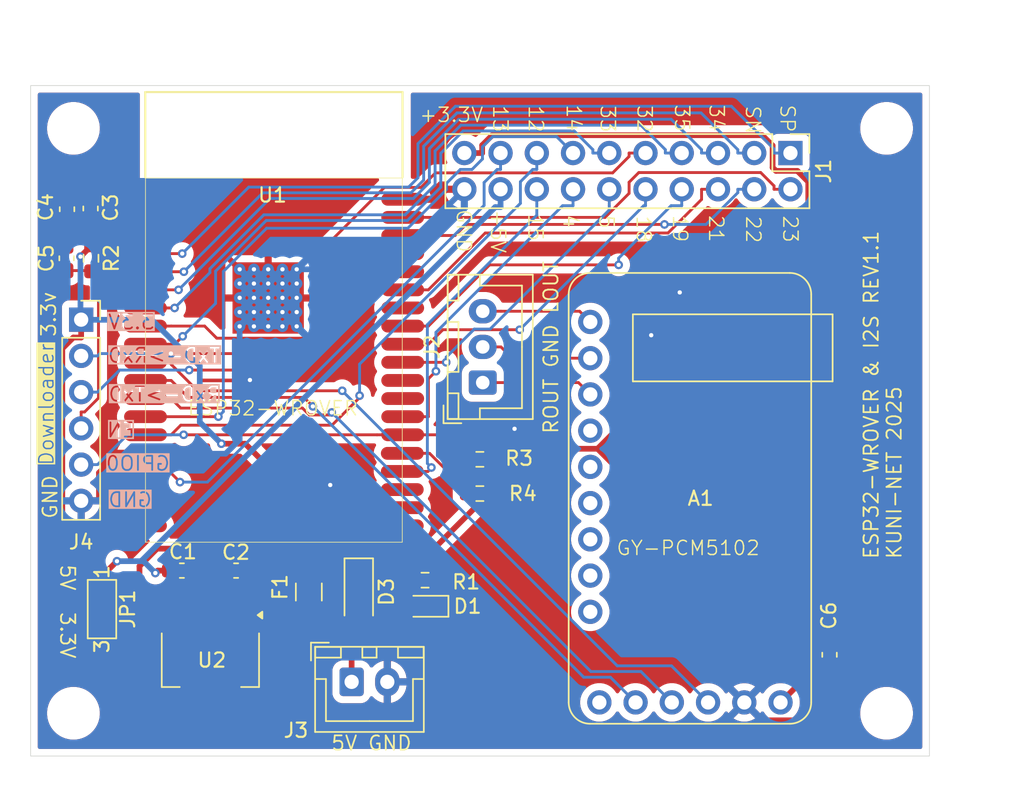
<source format=kicad_pcb>
(kicad_pcb (version 20241229) (generator "pcbnew") (generator_version "9.0")
  (layers (0 "F.Cu" signal) (2 "B.Cu" signal) (13 "F.Paste" user) (15 "B.Paste" user) (5 "F.SilkS" user "F.Silkscreen") (7 "B.SilkS" user "B.Silkscreen") (1 "F.Mask" user) (3 "B.Mask" user) (25 "Edge.Cuts" user))
  (net 0 "")
  (net 1 "Net-(A1-DIN)")
  (net 3 "GND")
  (net 7 "Net-(A1-LOUT)")
  (net 8 "Net-(J2-Pin_2)")
  (net 9 "+3.3V")
  (net 10 "Net-(A1-LCK)")
  (net 12 "Net-(A1-BCK)")
  (net 15 "Net-(A1-ROUT)")
  (net 16 "+5V")
  (net 17 "/EN")
  (net 18 "/GPIO0")
  (net 19 "Net-(D1-A)")
  (net 20 "/SENSE_VN")
  (net 21 "/GPIO5")
  (net 22 "/GPIO18")
  (net 23 "/GPIO12")
  (net 24 "/GPIO21")
  (net 25 "/GPIO19")
  (net 26 "/GPIO35")
  (net 27 "/GPIO22")
  (net 28 "/GPIO34")
  (net 29 "/GPIO4")
  (net 30 "/GPIO15")
  (net 31 "/GPIO14")
  (net 32 "/SENSE_VP")
  (net 33 "/GPIO13")
  (net 34 "/GPIO33")
  (net 35 "/GPIO23")
  (net 36 "Net-(D3-A)")
  (net 37 "Net-(J3-Pin_1)")
  (net 38 "/GPIO2")
  (net 40 "/TxD0")
  (net 44 "/RxD0")
  (net 50 "/GPIO32")
  (net 51 "Net-(JP1-C)")
  (footprint "LED_SMD:LED_0603_1608Metric_Pad1.05x0.95mm_HandSolder" (layer "F.Cu") (at 177.625 106.5 180)
    (property "Reference" "D1")
    (property "Value" "LED_POVER")
  )
  (footprint "Package_TO_SOT_SMD:SOT-223-3_TabPin2" (layer "F.Cu") (at 162.6 110.25 -90)
    (property "Reference" "U2")
    (property "Value" "AMS1117-3.3")
  )
  (footprint "MountingHole:MountingHole_3.2mm_M3" (layer "F.Cu") (at 210 114)
    (property "Reference" "H4" (hide yes))
    (property "Value" "MountingHole")
  )
  (footprint "Capacitor_SMD:C_0603_1608Metric_Pad1.08x0.95mm_HandSolder" (layer "F.Cu") (at 160.6 104)
    (property "Reference" "C1")
    (property "Value" "22u")
  )
  (footprint "MountingHole:MountingHole_3.2mm_M3" (layer "F.Cu") (at 210 73)
    (property "Reference" "H2" (hide yes))
    (property "Value" "MountingHole")
  )
  (footprint "Connector_PinSocket_2.54mm:PinSocket_1x06_P2.54mm_Vertical" (layer "F.Cu") (at 153.54 86.41)
    (property "Reference" "J4")
    (property "Value" "Downloader")
  )
  (footprint "Diode_SMD:D_SOD-123" (layer "F.Cu") (at 173 105.5 -90)
    (property "Reference" "D3")
    (property "Value" "D_Schottky")
  )
  (footprint "Resistor_SMD:R_0603_1608Metric_Pad0.98x0.95mm_HandSolder" (layer "F.Cu") (at 181.4875 98.6)
    (property "Reference" "R4")
    (property "Value" "5.1k")
  )
  (footprint "Capacitor_SMD:C_0603_1608Metric_Pad1.08x0.95mm_HandSolder" (layer "F.Cu") (at 152.52 82.1075 90)
    (property "Reference" "C5")
    (property "Value" "0.1u")
  )
  (footprint "footprints:GY-PCM5102" (layer "F.Cu") (at 196.215 98.935 90)
    (property "Reference" "A1")
    (property "Value" "GY-PCM5102")
  )
  (footprint "Capacitor_SMD:C_0603_1608Metric_Pad1.08x0.95mm_HandSolder" (layer "F.Cu") (at 154.2 78.6175 90)
    (property "Reference" "C3")
    (property "Value" "22u")
  )
  (footprint "Jumper:SolderJumper-3_P1.3mm_Bridged12_Pad1.0x1.5mm_NumberLabels" (layer "F.Cu") (at 155 106.7 -90)
    (property "Reference" "JP1")
    (property "Value" "V_JP")
  )
  (footprint "Resistor_SMD:R_0603_1608Metric_Pad0.98x0.95mm_HandSolder" (layer "F.Cu") (at 154.23 82.1075 -90)
    (property "Reference" "R2")
    (property "Value" "10k")
  )
  (footprint "Connector_JST:JST_XH_B2B-XH-A_1x02_P2.50mm_Vertical" (layer "F.Cu") (at 172.5 111.8)
    (property "Reference" "J3")
    (property "Value" "Power_Con")
  )
  (footprint "Connector_PinHeader_2.54mm:PinHeader_2x10_P2.54mm_Vertical" (layer "F.Cu") (at 203.26 74.73 -90)
    (property "Reference" "J1")
    (property "Value" "Ext_con")
  )
  (footprint "Capacitor_SMD:C_0603_1608Metric_Pad1.08x0.95mm_HandSolder" (layer "F.Cu") (at 206 109.9 90)
    (property "Reference" "C6")
    (property "Value" "0.1u")
  )
  (footprint "Fuse:Fuse_1206_3216Metric_Pad1.42x1.75mm_HandSolder" (layer "F.Cu") (at 169.5 105.5 90)
    (property "Reference" "F1")
    (property "Value" "Polyfuse")
  )
  (footprint "Capacitor_SMD:C_0603_1608Metric_Pad1.08x0.95mm_HandSolder" (layer "F.Cu") (at 152.55 78.6675 -90)
    (property "Reference" "C4")
    (property "Value" "0.1u")
  )
  (footprint "Capacitor_SMD:C_0603_1608Metric_Pad1.08x0.95mm_HandSolder" (layer "F.Cu") (at 164.4 104)
    (property "Reference" "C2")
    (property "Value" "22u")
  )
  (footprint "MountingHole:MountingHole_3.2mm_M3" (layer "F.Cu") (at 153 114)
    (property "Reference" "H3" (hide yes))
    (property "Value" "MountingHole")
  )
  (footprint "Resistor_SMD:R_0603_1608Metric_Pad0.98x0.95mm_HandSolder" (layer "F.Cu") (at 181.4875 96.2 180)
    (property "Reference" "R3")
    (property "Value" "10k")
  )
  (footprint "Connector_JST:JST_XH_B3B-XH-A_1x03_P2.50mm_Vertical" (layer "F.Cu") (at 181.69 90.82 90)
    (property "Reference" "J2")
    (property "Value" "Audio_Con")
  )
  (footprint "footprints:ESP32-WROVER" (layer "F.Cu") (at 167.05 77.06)
    (property "Reference" "U1")
    (property "Value" "ESP32-WROVER" (hide yes))
  )
  (footprint "Resistor_SMD:R_0603_1608Metric_Pad0.98x0.95mm_HandSolder" (layer "F.Cu") (at 177.6475 104.67)
    (property "Reference" "R1")
    (property "Value" "2k")
  )
  (footprint "MountingHole:MountingHole_3.2mm_M3" (layer "F.Cu") (at 153 73)
    (property "Reference" "H1" (hide yes))
    (property "Value" "MountingHole")
  )
  (gr_rect (start 150 70) (end 213 117) (stroke (width 0.05)) (fill no) (layer "Edge.Cuts"))
  (gr_text "3.3v" (at 151.85 87.68 90) (layer "F.SilkS") (effects (font (size 1 1) (thickness 0.125)) (justify left bottom)))
  (gr_text "34" (at 197.5 71.26 270) (layer "F.SilkS") (effects (font (size 1 1) (thickness 0.1)) (justify left bottom)))
  (gr_text "SN" (at 200.05 71.34 270) (layer "F.SilkS") (effects (font (size 1 1) (thickness 0.1)) (justify left bottom)))
  (gr_text "GND" (at 179.78 78.6 270) (layer "F.SilkS") (effects (font (size 1 1) (thickness 0.1)) (justify left bottom)))
  (gr_text "13" (at 182.34 71.31 270) (layer "F.SilkS") (effects (font (size 1 1) (thickness 0.1)) (justify left bottom)))
  (gr_text "12" (at 184.83 71.32 270) (layer "F.SilkS") (effects (font (size 1 1) (thickness 0.1)) (justify left bottom)))
  (gr_text "5V  3.3V" (at 152 103.5 270) (layer "F.SilkS") (effects (font (size 1 1) (thickness 0.125)) (justify left bottom)))
  (gr_text "ESP32-WROVER & I2S REV1.1\nKUNI-NET 2025 " (at 211.12 103.26 90) (layer "F.SilkS") (effects (font (size 1 1) (thickness 0.125)) (justify left bottom)))
  (gr_text "22" (at 200.07 79.07 270) (layer "F.SilkS") (effects (font (size 1 1) (thickness 0.1)) (justify left bottom)))
  (gr_text "4" (at 187.26 78.97 270) (layer "F.SilkS") (effects (font (size 1 1) (thickness 0.1)) (justify left bottom)))
  (gr_text "GY-PCM5102" (at 191 103 0) (layer "F.SilkS") (effects (font (size 1 1) (thickness 0.1)) (justify left bottom)))
  (gr_text "+3.3V" (at 177.19 72.64 0) (layer "F.SilkS") (effects (font (size 1 1) (thickness 0.1)) (justify left bottom)))
  (gr_text "ESP32-WROVER" (at 160.94 93.21 0) (layer "F.SilkS") (effects (font (size 1 1) (thickness 0.1)) (justify left bottom)))
  (gr_text "18" (at 192.39 79.05 270) (layer "F.SilkS") (effects (font (size 1 1) (thickness 0.1)) (justify left bottom)))
  (gr_text "32" (at 192.45 71.31 270) (layer "F.SilkS") (effects (font (size 1 1) (thickness 0.1)) (justify left bottom)))
  (gr_text "5" (at 189.78 79.01 270) (layer "F.SilkS") (effects (font (size 1 1) (thickness 0.1)) (justify left bottom)))
  (gr_text "19" (at 194.94 79.01 270) (layer "F.SilkS") (effects (font (size 1 1) (thickness 0.1)) (justify left bottom)))
  (gr_text "SP" (at 202.47 71.27 270) (layer "F.SilkS") (effects (font (size 1 1) (thickness 0.1)) (justify left bottom)))
  (gr_text "21" (at 197.47 79.01 270) (layer "F.SilkS") (effects (font (size 1 1) (thickness 0.1)) (justify left bottom)))
  (gr_text "23" (at 202.67 79.04 270) (layer "F.SilkS") (effects (font (size 1 1) (thickness 0.1)) (justify left bottom)))
  (gr_text "5V GND" (at 171 116.68 0) (layer "F.SilkS") (effects (font (size 1 1) (thickness 0.125)) (justify left bottom)))
  (gr_text "ROUT GND LOUT" (at 187.06 94.48 90) (layer "F.SilkS") (effects (font (size 1 1) (thickness 0.125)) (justify left bottom)))
  (gr_text "Downloader" (at 151.69 96.7 90) (layer "F.SilkS" knockout) (effects (font (size 1 1) (thickness 0.1)) (justify left bottom)))
  (gr_text "14" (at 187.49 71.26 270) (layer "F.SilkS") (effects (font (size 1 1) (thickness 0.1)) (justify left bottom)))
  (gr_text "+5V" (at 182.18 78.63 270) (layer "F.SilkS") (effects (font (size 1 1) (thickness 0.1)) (justify left bottom)))
  (gr_text "15" (at 184.8 78.93 270) (layer "F.SilkS") (effects (font (size 1 1) (thickness 0.1)) (justify left bottom)))
  (gr_text "35" (at 195.08 71.26 270) (layer "F.SilkS") (effects (font (size 1 1) (thickness 0.1)) (justify left bottom)))
  (gr_text "33" (at 189.87 71.32 270) (layer "F.SilkS") (effects (font (size 1 1) (thickness 0.1)) (justify left bottom)))
  (gr_text "GND" (at 151.95 100.44 90) (layer "F.SilkS") (effects (font (size 1 1) (thickness 0.125)) (justify left bottom)))
  (gr_text "GPIO0" (at 159.84 96.49 0) (layer "B.SilkS" knockout) (effects (font (size 1 1) (thickness 0.125)) (justify left mirror)))
  (gr_text "RxD->TxD" (at 163.4 91.64 0) (layer "B.SilkS" knockout) (effects (font (size 1 1) (thickness 0.125)) (justify left mirror)))
  (gr_text "EN" (at 157.39 94.15 0) (layer "B.SilkS" knockout) (effects (font (size 1 1) (thickness 0.125)) (justify left mirror)))
  (gr_text "GND" (at 158.58 99.04 0) (layer "B.SilkS" knockout) (effects (font (size 1 1) (thickness 0.125)) (justify left mirror)))
  (gr_text "3.3V" (at 158.76 86.58 0) (layer "B.SilkS" knockout) (effects (font (size 1 1) (thickness 0.125)) (justify left mirror)))
  (gr_text "TxD->RxD" (at 163.36 88.92 0) (layer "B.SilkS" knockout) (effects (font (size 1 1) (thickness 0.125)) (justify left mirror)))
  (segment (start 169.5334 93.0878) (end 170.9356 93.0878) (width 0.2) (layer "F.Cu") (net 1))
  (segment (start 160.5177 92.6076) (end 169.0532 92.6076) (width 0.2) (layer "F.Cu") (net 1))
  (segment (start 170.9356 93.0878) (end 171.1091 92.9143) (width 0.2) (layer "F.Cu") (net 1))
  (segment (start 159.8501 91.94) (end 160.5177 92.6076) (width 0.2) (layer "F.Cu") (net 1))
  (segment (start 169.0532 92.6076) (end 169.5334 93.0878) (width 0.2) (layer "F.Cu") (net 1))
  (segment (start 158.05 91.94) (end 159.8501 91.94) (width 0.2) (layer "F.Cu") (net 1))
  (via (at 171.1091 92.9143) (size 0.6) (drill 0.3) (layers "F.Cu" "B.Cu") (net 1))
  (segment (start 192.7797 111.0747) (end 189.2695 111.0747) (width 0.2) (layer "B.Cu") (net 1))
  (segment (start 189.2695 111.0747) (end 171.1091 92.9143) (width 0.2) (layer "B.Cu") (net 1))
  (segment (start 194.945 113.24) (end 192.7797 111.0747) (width 0.2) (layer "B.Cu") (net 1))
  (segment (start 159.9501 78.1801) (end 164.65 82.88) (width 0.4) (layer "F.Cu") (net 3))
  (segment (start 158.05 77.97) (end 159.9501 77.97) (width 0.4) (layer "F.Cu") (net 3))
  (segment (start 152.55 77.805) (end 151.672 78.683) (width 0.4) (layer "F.Cu") (net 3))
  (segment (start 167.65 82.88) (end 166.65 82.88) (width 0.4) (layer "F.Cu") (net 3))
  (segment (start 165.65 86.88) (end 165.15 86.88) (width 0.4) (layer "F.Cu") (net 3))
  (segment (start 154.7901 97.1398) (end 156.1499 95.78) (width 0.4) (layer "F.Cu") (net 3))
  (segment (start 151.672 78.683) (end 151.672 80.397) (width 0.4) (layer "F.Cu") (net 3))
  (segment (start 179.1499 77.27) (end 178.4499 77.97) (width 0.4) (layer "F.Cu") (net 3))
  (segment (start 160.0296 95.8595) (end 159.9501 95.78) (width 0.4) (layer "F.Cu") (net 3))
  (segment (start 154.2 77.755) (end 155.9349 77.755) (width 0.4) (layer "F.Cu") (net 3))
  (segment (start 206.8967 109.9342) (end 206 109.0375) (width 0.4) (layer "F.Cu") (net 3))
  (segment (start 190.9781 111.1781) (end 197.9631 111.1781) (width 0.4) (layer "F.Cu") (net 3))
  (segment (start 162.3705 103.092) (end 161.4625 104) (width 0.4) (layer "F.Cu") (net 3))
  (segment (start 197.9631 111.1781) (end 200.025 113.24) (width 0.4) (layer "F.Cu") (net 3))
  (segment (start 170.8026 104.779) (end 173.1205 104.779) (width 0.4) (layer "F.Cu") (net 3))
  (segment (start 165.2625 104) (end 164.3545 103.092) (width 0.4) (layer "F.Cu") (net 3))
  (segment (start 164.3545 103.092) (end 162.3705 103.092) (width 0.4) (layer "F.Cu") (net 3))
  (segment (start 165.15 85.88) (end 164.65 85.88) (width 0.4) (layer "F.Cu") (net 3))
  (segment (start 170.8026 104.779) (end 170.8026 103.2249) (width 0.4) (layer "F.Cu") (net 3))
  (segment (start 200.025 113.24) (end 201.2803 114.4953) (width 0.4) (layer "F.Cu") (net 3))
  (segment (start 170.4359 105.1457) (end 166.4082 105.1457) (width 0.4) (layer "F.Cu") (net 3))
  (segment (start 175 111.8) (end 175 110.3999) (width 0.4) (layer "F.Cu") (net 3))
  (segment (start 168.65 85.88) (end 167.65 85.88) (width 0.4) (layer "F.Cu") (net 3))
  (segment (start 166.4082 105.1457) (end 166.4082 105.5918) (width 0.4) (layer "F.Cu") (net 3))
  (segment (start 166.65 85.88) (end 165.65 85.88) (width 0.4) (layer "F.Cu") (net 3))
  (segment (start 201.2803 114.4953) (end 203.7097 114.4953) (width 0.4) (layer "F.Cu") (net 3))
  (segment (start 164.65 82.88) (end 164.65 83.88) (width 0.4) (layer "F.Cu") (net 3))
  (segment (start 165.65 85.88) (end 165.15 85.88) (width 0.4) (layer "F.Cu") (net 3))
  (segment (start 163.4372 95.8595) (end 160.0296 95.8595) (width 0.4) (layer "F.Cu") (net 3))
  (segment (start 170.8026 104.779) (end 170.4359 105.1457) (width 0.4) (layer "F.Cu") (net 3))
  (segment (start 166.65 83.88) (end 165.65 83.88) (width 0.4) (layer "F.Cu") (net 3))
  (segment (start 165.15 86.88) (end 164.65 86.88) (width 0.4) (layer "F.Cu") (net 3))
  (segment (start 180.4 77.27) (end 179.1499 77.27) (width 0.4) (layer "F.Cu") (net 3))
  (segment (start 166.4082 105.1457) (end 165.2625 104) (width 0.4) (layer "F.Cu") (net 3))
  (segment (start 155.9349 77.755) (end 156.1499 77.97) (width 0.4) (layer "F.Cu") (net 3))
  (segment (start 173.1205 104.779) (end 175.0744 106.7329) (width 0.4) (layer "F.Cu") (net 3))
  (segment (start 165.65 82.88) (end 164.65 82.88) (width 0.4) (layer "F.Cu") (net 3))
  (segment (start 152.6 77.755) (end 154.2 77.755) (width 0.4) (layer "F.Cu") (net 3))
  (segment (start 166.65 82.88) (end 165.65 82.88) (width 0.4) (layer "F.Cu") (net 3))
  (segment (start 165.65 84.88) (end 164.65 84.88) (width 0.4) (layer "F.Cu") (net 3))
  (segment (start 182.4 102.6) (end 182.4 98.6) (width 0.4) (layer "F.Cu") (net 3))
  (segment (start 182.4 102.6) (end 190.9781 111.1781) (width 0.4) (layer "F.Cu") (net 3))
  (segment (start 152.55 77.805) (end 152.6 77.755) (width 0.4) (layer "F.Cu") (net 3))
  (segment (start 203.7097 114.4953) (end 206.8967 111.3083) (width 0.4) (layer "F.Cu") (net 3))
  (segment (start 177.5329 107.4671) (end 178.5 106.5) (width 0.4) (layer "F.Cu") (net 3))
  (segment (start 168.65 83.88) (end 167.65 83.88) (width 0.4) (layer "F.Cu") (net 3))
  (segment (start 206.8967 111.3083) (end 206.8967 109.9342) (width 0.4) (layer "F.Cu") (net 3))
  (segment (start 167.65 83.88) (end 166.65 83.88) (width 0.4) (layer "F.Cu") (net 3))
  (segment (start 167.65 84.88) (end 166.65 84.88) (width 0.4) (layer "F.Cu") (net 3))
  (segment (start 166.65 84.88) (end 166.65 84.89) (width 0.4) (layer "F.Cu") (net 3))
  (segment (start 175.0744 106.7329) (end 175.0744 107.4671) (width 0.4) (layer "F.Cu") (net 3))
  (segment (start 154.7901 99.11) (end 154.7901 97.1398) (width 0.4) (layer "F.Cu") (net 3))
  (segment (start 158.05 77.97) (end 156.1499 77.97) (width 0.4) (layer "F.Cu") (net 3))
  (segment (start 168.65 84.88) (end 167.65 84.88) (width 0.4) (layer "F.Cu") (net 3))
  (segment (start 166.65 84.89) (end 166.65 85.88) (width 0.4) (layer "F.Cu") (net 3))
  (segment (start 175.0744 107.4671) (end 175.0744 110.3255) (width 0.4) (layer "F.Cu") (net 3))
  (segment (start 153.54 99.11) (end 154.7901 99.11) (width 0.4) (layer "F.Cu") (net 3))
  (segment (start 158.05 95.78) (end 156.1499 95.78) (width 0.4) (layer "F.Cu") (net 3))
  (segment (start 166.65 84.88) (end 165.65 84.88) (width 0.4) (layer "F.Cu") (net 3))
  (segment (start 159.9501 77.97) (end 159.9501 78.1801) (width 0.4) (layer "F.Cu") (net 3))
  (segment (start 151.672 80.397) (end 152.52 81.245) (width 0.4) (layer "F.Cu") (net 3))
  (segment (start 175.0744 107.4671) (end 177.5329 107.4671) (width 0.4) (layer "F.Cu") (net 3))
  (segment (start 166.4082 105.5918) (end 164.9 107.1) (width 0.4) (layer "F.Cu") (net 3))
  (segment (start 170.8026 103.2249) (end 163.4372 95.8595) (width 0.4) (layer "F.Cu") (net 3))
  (segment (start 178.5 106.5) (end 182.4 102.6) (width 0.4) (layer "F.Cu") (net 3))
  (segment (start 165.15 85.88) (end 165.15 86.88) (width 0.4) (layer "F.Cu") (net 3))
  (segment (start 175.0744 110.3255) (end 175 110.3999) (width 0.4) (layer "F.Cu") (net 3))
  (segment (start 168.65 82.88) (end 167.65 82.88) (width 0.4) (layer "F.Cu") (net 3))
  (segment (start 178.4499 77.97) (end 176.08 77.97) (width 0.4) (layer "F.Cu") (net 3))
  (segment (start 158.05 95.78) (end 159.9501 95.78) (width 0.4) (layer "F.Cu") (net 3))
  (via (at 193.5 87.5) (size 0.6) (drill 0.3) (layers "F.Cu" "B.Cu") (net 3))
  (via (at 165.37 90.64) (size 0.6) (drill 0.3) (layers "F.Cu" "B.Cu") (net 3))
  (via (at 171 98) (size 0.6) (drill 0.3) (layers "F.Cu" "B.Cu") (net 3))
  (via (at 183.92 94.06) (size 0.6) (drill 0.3) (layers "F.Cu" "B.Cu") (net 3))
  (via (at 195.5 84.5) (size 0.6) (drill 0.3) (layers "F.Cu" "B.Cu") (net 3))
  (segment (start 153.54 99.11) (end 154.7901 99.11) (width 0.4) (layer "B.Cu") (net 3))
  (segment (start 164.65 86.88) (end 164.65 94.8223) (width 0.4) (layer "B.Cu") (net 3))
  (segment (start 163.6661 95.8062) (end 158.0939 95.8062) (width 0.4) (layer "B.Cu") (net 3))
  (segment (start 168.65 83.88) (end 168.65 82.88) (width 0.4) (layer "B.Cu") (net 3))
  (segment (start 168.65 86.88) (end 168.65 85.88) (width 0.4) (layer "B.Cu") (net 3))
  (segment (start 167.65 86.88) (end 166.65 86.88) (width 0.4) (layer "B.Cu") (net 3))
  (segment (start 168.65 82.88) (end 174.79 82.88) (width 0.4) (layer "B.Cu") (net 3))
  (segment (start 164.65 94.8223) (end 163.6661 95.8062) (width 0.4) (layer "B.Cu") (net 3))
  (segment (start 166.65 86.88) (end 165.65 86.88) (width 0.4) (layer "B.Cu") (net 3))
  (segment (start 168.65 84.88) (end 168.65 83.88) (width 0.4) (layer "B.Cu") (net 3))
  (segment (start 174.79 82.88) (end 180.4 77.27) (width 0.4) (layer "B.Cu") (net 3))
  (segment (start 168.65 85.88) (end 168.65 84.88) (width 0.4) (layer "B.Cu") (net 3))
  (segment (start 158.0939 95.8062) (end 154.7901 99.11) (width 0.4) (layer "B.Cu") (net 3))
  (segment (start 188.48 85.82) (end 182.9651 85.82) (width 0.2) (layer "F.Cu") (net 7))
  (segment (start 181.69 85.82) (end 182.9651 85.82) (width 0.2) (layer "F.Cu") (net 7))
  (segment (start 189.23 86.57) (end 188.48 85.82) (width 0.2) (layer "F.Cu") (net 7))
  (segment (start 182.9651 88.32) (end 183.7551 89.11) (width 0.2) (layer "F.Cu") (net 8))
  (segment (start 181.69 88.32) (end 182.9651 88.32) (width 0.2) (layer "F.Cu") (net 8))
  (segment (start 183.7551 89.11) (end 189.23 89.11) (width 0.2) (layer "F.Cu") (net 8))
  (segment (start 155 108) (end 153.8499 108) (width 0.4) (layer "F.Cu") (net 9))
  (segment (start 181.4875 99.245) (end 181.4875 97.1125) (width 0.4) (layer "F.Cu") (net 9))
  (segment (start 204.5103 76.7472) (end 204.5103 80.6861) (width 0.4) (layer "F.Cu") (net 9))
  (segment (start 182.3534 73.4798) (end 201.2819 73.4798) (width 0.4) (layer "F.Cu") (net 9))
  (segment (start 153.4928 81.9897) (end 154.23 81.2525) (width 0.4) (layer "F.Cu") (net 9))
  (segment (start 205.0425 110.7625) (end 206 110.7625) (width 0.4) (layer "F.Cu") (net 9))
  (segment (start 175.39 104.67) (end 176.0625 104.67) (width 0.4) (layer "F.Cu") (net 9))
  (segment (start 183.1418 95.4582) (end 189.7382 95.4582) (width 0.4) (layer "F.Cu") (net 9))
  (segment (start 154.23 79.48) (end 154.2 79.48) (width 0.4) (layer "F.Cu") (net 9))
  (segment (start 174.57 103.85) (end 175.39 104.67) (width 0.4) (layer "F.Cu") (net 9))
  (segment (start 153.54 86.41) (end 153.54 87.6601) (width 0.4) (layer "F.Cu") (net 9))
  (segment (start 152.6 79.48) (end 152.55 79.53) (width 0.4) (layer "F.Cu") (net 9))
  (segment (start 181.6501 74.1831) (end 182.3534 73.4798) (width 0.4) (layer "F.Cu") (net 9))
  (segment (start 154.23 81.2525) (end 154.23 81.195) (width 0.4) (layer "F.Cu") (net 9))
  (segment (start 152.9931 87.6601) (end 152.2181 88.4351) (width 0.4) (layer "F.Cu") (net 9))
  (segment (start 173.785 103.85) (end 174.57 103.85) (width 0.4) (layer "F.Cu") (net 9))
  (segment (start 176.0625 104.67) (end 181.4875 99.245) (width 0.4) (layer "F.Cu") (net 9))
  (segment (start 176.0625 104.67) (end 176.735 104.67) (width 0.4) (layer "F.Cu") (net 9))
  (segment (start 189.7382 95.4582) (end 205.0425 110.7625) (width 0.4) (layer "F.Cu") (net 9))
  (segment (start 202.0098 75.7459) (end 202.2441 75.9802) (width 0.4) (layer "F.Cu") (net 9))
  (segment (start 181.6501 74.73) (end 181.6501 74.1831) (width 0.4) (layer "F.Cu") (net 9))
  (segment (start 204.5103 80.6861) (end 189.7382 95.4582) (width 0.4) (layer "F.Cu") (net 9))
  (segment (start 158.05 79.24) (end 156.1499 79.24) (width 0.4) (layer "F.Cu") (net 9))
  (segment (start 203.7433 75.9802) (end 204.5103 76.7472) (width 0.4) (layer "F.Cu") (net 9))
  (segment (start 173 103.85) (end 173.785 103.85) (width 0.4) (layer "F.Cu") (net 9))
  (segment (start 181.4875 97.1125) (end 182.4 96.2) (width 0.4) (layer "F.Cu") (net 9))
  (segment (start 202.565 113.24) (end 205.0425 110.7625) (width 0.4) (layer "F.Cu") (net 9))
  (segment (start 180.4 74.73) (end 181.6501 74.73) (width 0.4) (layer "F.Cu") (net 9))
  (segment (start 201.2819 73.4798) (end 202.0098 74.2077) (width 0.4) (layer "F.Cu") (net 9))
  (segment (start 202.2441 75.9802) (end 203.7433 75.9802) (width 0.4) (layer "F.Cu") (net 9))
  (segment (start 152.2181 88.4351) (end 152.2181 106.3682) (width 0.4) (layer "F.Cu") (net 9))
  (segment (start 156.1499 79.24) (end 155.9099 79.48) (width 0.4) (layer "F.Cu") (net 9))
  (segment (start 155.9099 79.48) (end 154.23 79.48) (width 0.4) (layer "F.Cu") (net 9))
  (segment (start 202.0098 74.2077) (end 202.0098 75.7459) (width 0.4) (layer "F.Cu") (net 9))
  (segment (start 165.041 95.106) (end 163.3684 95.106) (width 0.4) (layer "F.Cu") (net 9))
  (segment (start 154.23 79.48) (end 154.23 81.195) (width 0.4) (layer "F.Cu") (net 9))
  (segment (start 182.4 96.2) (end 183.1418 95.4582) (width 0.4) (layer "F.Cu") (net 9))
  (segment (start 154.2 79.48) (end 152.6 79.48) (width 0.4) (layer "F.Cu") (net 9))
  (segment (start 152.2181 106.3682) (end 153.8499 108) (width 0.4) (layer "F.Cu") (net 9))
  (segment (start 153.54 87.6601) (end 152.9931 87.6601) (width 0.4) (layer "F.Cu") (net 9))
  (segment (start 173.785 103.85) (end 165.041 95.106) (width 0.4) (layer "F.Cu") (net 9))
  (via (at 163.3684 95.106) (size 0.6) (drill 0.3) (layers "F.Cu" "B.Cu") (net 9))
  (via (at 153.4928 81.9897) (size 0.6) (drill 0.3) (layers "F.Cu" "B.Cu") (net 9))
  (segment (start 153.54 86.4142) (end 153.54 86.4184) (width 0.4) (layer "B.Cu") (net 9))
  (segment (start 161.8544 89.6531) (end 161.4443 89.243) (width 0.4) (layer "B.Cu") (net 9))
  (segment (start 158.4912 86.4184) (end 153.54 86.4184) (width 0.4) (layer "B.Cu") (net 9))
  (segment (start 161.8544 93.592) (end 161.8544 89.6531) (width 0.4) (layer "B.Cu") (net 9))
  (segment (start 153.54 86.41) (end 153.54 86.4142) (width 0.4) (layer "B.Cu") (net 9))
  (segment (start 161.3158 89.243) (end 158.4912 86.4184) (width 0.4) (layer "B.Cu") (net 9))
  (segment (start 153.4928 86.367) (end 153.4928 81.9897) (width 0.4) (layer "B.Cu") (net 9))
  (segment (start 153.54 86.4142) (end 153.4928 86.367) (width 0.4) (layer "B.Cu") (net 9))
  (segment (start 161.4443 89.243) (end 161.3158 89.243) (width 0.4) (layer "B.Cu") (net 9))
  (segment (start 163.3684 95.106) (end 161.8544 93.592) (width 0.4) (layer "B.Cu") (net 9))
  (segment (start 159.8501 89.5464) (end 161.6987 91.395) (width 0.2) (layer "F.Cu") (net 10))
  (segment (start 159.8501 89.4) (end 159.8501 89.5464) (width 0.2) (layer "F.Cu") (net 10))
  (segment (start 158.05 89.4) (end 159.8501 89.4) (width 0.2) (layer "F.Cu") (net 10))
  (segment (start 161.6987 91.395) (end 171.8393 91.395) (width 0.2) (layer "F.Cu") (net 10))
  (via (at 171.8393 91.395) (size 0.6) (drill 0.3) (layers "F.Cu" "B.Cu") (net 10))
  (segment (start 194.9195 110.6745) (end 191.1188 110.6745) (width 0.2) (layer "B.Cu") (net 10))
  (segment (start 191.1188 110.6745) (end 171.8393 91.395) (width 0.2) (layer "B.Cu") (net 10))
  (segment (start 197.485 113.24) (end 194.9195 110.6745) (width 0.2) (layer "B.Cu") (net 10))
  (segment (start 158.05 90.67) (end 159.8501 90.67) (width 0.2) (layer "F.Cu") (net 12))
  (segment (start 161.0398 91.8597) (end 169.1539 91.8597) (width 0.2) (layer "F.Cu") (net 12))
  (segment (start 159.8501 90.67) (end 161.0398 91.8597) (width 0.2) (layer "F.Cu") (net 12))
  (segment (start 169.1539 91.8597) (end 169.7819 92.4877) (width 0.2) (layer "F.Cu") (net 12))
  (via (at 169.7819 92.4877) (size 0.6) (drill 0.3) (layers "F.Cu" "B.Cu") (net 12))
  (segment (start 188.7691 111.4749) (end 190.6399 111.4749) (width 0.2) (layer "B.Cu") (net 12))
  (segment (start 169.7819 92.4877) (end 188.7691 111.4749) (width 0.2) (layer "B.Cu") (net 12))
  (segment (start 190.6399 111.4749) (end 192.405 113.24) (width 0.2) (layer "B.Cu") (net 12))
  (segment (start 188.4 90.82) (end 189.23 91.65) (width 0.2) (layer "F.Cu") (net 15))
  (segment (start 181.69 90.82) (end 188.4 90.82) (width 0.2) (layer "F.Cu") (net 15))
  (segment (start 158.91 104) (end 159.7375 104) (width 0.4) (layer "F.Cu") (net 16))
  (segment (start 158.74 104.17) (end 158.91 104) (width 0.4) (layer "F.Cu") (net 16))
  (segment (start 159.738 106.538) (end 160.3 107.1) (width 0.4) (layer "F.Cu") (net 16))
  (segment (start 155 105.4) (end 155 104.39) (width 0.4) (layer "F.Cu") (net 16))
  (segment (start 159.7375 104) (end 159.738 104) (width 0.4) (layer "F.Cu") (net 16))
  (segment (start 155 104.39) (end 156.05 103.34) (width 0.4) (layer "F.Cu") (net 16))
  (segment (start 159.738 104) (end 159.738 106.538) (width 0.4) (layer "F.Cu") (net 16))
  (via (at 156.05 103.34) (size 0.6) (drill 0.3) (layers "F.Cu" "B.Cu") (net 16))
  (via (at 158.74 104.17) (size 0.6) (drill 0.3) (layers "F.Cu" "B.Cu") (net 16))
  (segment (start 156.05 103.34) (end 157.7453 103.34) (width 0.4) (layer "B.Cu") (net 16))
  (segment (start 157.7453 103.34) (end 182.5652 78.5201) (width 0.4) (layer "B.Cu") (net 16))
  (segment (start 157.91 103.34) (end 158.74 104.17) (width 0.4) (layer "B.Cu") (net 16))
  (segment (start 157.7453 103.34) (end 157.91 103.34) (width 0.4) (layer "B.Cu") (net 16))
  (segment (start 182.5652 78.5201) (end 182.94 78.5201) (width 0.4) (layer "B.Cu") (net 16))
  (segment (start 182.94 77.27) (end 182.94 78.5201) (width 0.4) (layer "B.Cu") (net 16))
  (segment (start 154.7548 83.5448) (end 154.7548 91.9034) (width 0.2) (layer "F.Cu") (net 17))
  (segment (start 153.7783 92.8799) (end 153.54 92.8799) (width 0.2) (layer "F.Cu") (net 17))
  (segment (start 153.54 94.03) (end 153.54 92.8799) (width 0.2) (layer "F.Cu") (net 17))
  (segment (start 156.2499 80.51) (end 156.2499 80.9501) (width 0.2) (layer "F.Cu") (net 17))
  (segment (start 158.05 80.51) (end 156.2499 80.51) (width 0.2) (layer "F.Cu") (net 17))
  (segment (start 154.23 82.97) (end 154.23 83.02) (width 0.2) (layer "F.Cu") (net 17))
  (segment (start 154.7548 91.9034) (end 153.7783 92.8799) (width 0.2) (layer "F.Cu") (net 17))
  (segment (start 156.2499 80.9501) (end 154.23 82.97) (width 0.2) (layer "F.Cu") (net 17))
  (segment (start 154.23 83.02) (end 154.7548 83.5448) (width 0.2) (layer "F.Cu") (net 17))
  (segment (start 154.23 82.97) (end 152.52 82.97) (width 0.2) (layer "F.Cu") (net 17))
  (segment (start 178.855 94.48) (end 176.08 94.48) (width 0.2) (layer "F.Cu") (net 18))
  (segment (start 160.725 94.48) (end 174.2799 94.48) (width 0.2) (layer "F.Cu") (net 18))
  (segment (start 176.08 94.48) (end 174.2799 94.48) (width 0.2) (layer "F.Cu") (net 18))
  (segment (start 180.575 96.2) (end 178.855 94.48) (width 0.2) (layer "F.Cu") (net 18))
  (via (at 160.725 94.48) (size 0.6) (drill 0.3) (layers "F.Cu" "B.Cu") (net 18))
  (segment (start 154.6901 96.57) (end 156.7801 94.48) (width 0.2) (layer "B.Cu") (net 18))
  (segment (start 156.7801 94.48) (end 160.725 94.48) (width 0.2) (layer "B.Cu") (net 18))
  (segment (start 153.54 96.57) (end 154.6901 96.57) (width 0.2) (layer "B.Cu") (net 18))
  (segment (start 178.56 104.67) (end 178.56 104.69) (width 0.2) (layer "F.Cu") (net 19))
  (segment (start 178.56 104.69) (end 176.75 106.5) (width 0.2) (layer "F.Cu") (net 19))
  (segment (start 158.05 83.05) (end 160.7406 83.05) (width 0.2) (layer "F.Cu") (net 20))
  (via (at 160.7406 83.05) (size 0.6) (drill 0.3) (layers "F.Cu" "B.Cu") (net 20))
  (segment (start 166.2748 77.5158) (end 160.7406 83.05) (width 0.2) (layer "B.Cu") (net 20))
  (segment (start 177.5494 76.6263) (end 176.6599 77.5158) (width 0.2) (layer "B.Cu") (net 20))
  (segment (start 179.8886 71.9136) (end 177.5494 74.2528) (width 0.2) (layer "B.Cu") (net 20))
  (segment (start 199.5699 74.73) (end 199.5699 74.4917) (width 0.2) (layer "B.Cu") (net 20))
  (segment (start 196.9918 71.9136) (end 179.8886 71.9136) (width 0.2) (layer "B.Cu") (net 20))
  (segment (start 177.5494 74.2528) (end 177.5494 76.6263) (width 0.2) (layer "B.Cu") (net 20))
  (segment (start 176.6599 77.5158) (end 166.2748 77.5158) (width 0.2) (layer "B.Cu") (net 20))
  (segment (start 199.5699 74.4917) (end 196.9918 71.9136) (width 0.2) (layer "B.Cu") (net 20))
  (segment (start 200.72 74.73) (end 199.5699 74.73) (width 0.2) (layer "B.Cu") (net 20))
  (segment (start 176.08 89.4) (end 179.1291 89.4) (width 0.2) (layer "F.Cu") (net 21))
  (via (at 179.1291 89.4) (size 0.6) (drill 0.3) (layers "F.Cu" "B.Cu") (net 21))
  (segment (start 190.56 78.4201) (end 190.56 78.7175) (width 0.2) (layer "B.Cu") (net 21))
  (segment (start 190.56 77.27) (end 190.56 78.4201) (width 0.2) (layer "B.Cu") (net 21))
  (segment (start 182.2075 87.07) (end 181.0996 87.07) (width 0.2) (layer "B.Cu") (net 21))
  (segment (start 181.0996 87.07) (end 179.1291 89.0405) (width 0.2) (layer "B.Cu") (net 21))
  (segment (start 179.1291 89.0405) (end 179.1291 89.4) (width 0.2) (layer "B.Cu") (net 21))
  (segment (start 190.56 78.7175) (end 182.2075 87.07) (width 0.2) (layer "B.Cu") (net 21))
  (segment (start 177.8801 88.13) (end 178.8959 87.1142) (width 0.2) (layer "F.Cu") (net 22))
  (segment (start 178.8959 87.1142) (end 184.2828 87.1142) (width 0.2) (layer "F.Cu") (net 22))
  (segment (start 176.08 88.13) (end 177.8801 88.13) (width 0.2) (layer "F.Cu") (net 22))
  (via (at 184.2828 87.1142) (size 0.6) (drill 0.3) (layers "F.Cu" "B.Cu") (net 22))
  (segment (start 192.9769 78.4201) (end 184.2828 87.1142) (width 0.2) (layer "B.Cu") (net 22))
  (segment (start 193.1 77.27) (end 193.1 78.4201) (width 0.2) (layer "B.Cu") (net 22))
  (segment (start 193.1 78.4201) (end 192.9769 78.4201) (width 0.2) (layer "B.Cu") (net 22))
  (segment (start 171.1229 93.8078) (end 173.0575 91.8732) (width 0.2) (layer "F.Cu") (net 23))
  (segment (start 173.0575 91.8732) (end 173.0575 91.7362) (width 0.2) (layer "F.Cu") (net 23))
  (segment (start 159.8501 94.48) (end 160.5223 93.8078) (width 0.2) (layer "F.Cu") (net 23))
  (segment (start 160.5223 93.8078) (end 171.1229 93.8078) (width 0.2) (layer "F.Cu") (net 23))
  (segment (start 158.05 94.48) (end 159.8501 94.48) (width 0.2) (layer "F.Cu") (net 23))
  (via (at 173.0575 91.7362) (size 0.6) (drill 0.3) (layers "F.Cu" "B.Cu") (net 23))
  (segment (start 185.48 75.8801) (end 185.1924 75.8801) (width 0.2) (layer "B.Cu") (net 23))
  (segment (start 173.0575 89.5268) (end 173.0575 91.7362) (width 0.2) (layer "B.Cu") (net 23))
  (segment (start 184.3299 78.2544) (end 173.0575 89.5268) (width 0.2) (layer "B.Cu") (net 23))
  (segment (start 185.1924 75.8801) (end 184.3299 76.7426) (width 0.2) (layer "B.Cu") (net 23))
  (segment (start 185.48 74.73) (end 185.48 75.8801) (width 0.2) (layer "B.Cu") (net 23))
  (segment (start 184.3299 76.7426) (end 184.3299 78.2544) (width 0.2) (layer "B.Cu") (net 23))
  (segment (start 176.08 84.32) (end 177.8801 84.32) (width 0.2) (layer "F.Cu") (net 24))
  (segment (start 198.18 77.27) (end 197.0299 77.27) (width 0.2) (layer "F.Cu") (net 24))
  (segment (start 197.0299 77.9816) (end 197.0299 77.27) (width 0.2) (layer "F.Cu") (net 24))
  (segment (start 181.8656 80.3345) (end 194.677 80.3345) (width 0.2) (layer "F.Cu") (net 24))
  (segment (start 177.8801 84.32) (end 181.8656 80.3345) (width 0.2) (layer "F.Cu") (net 24))
  (segment (start 194.677 80.3345) (end 197.0299 77.9816) (width 0.2) (layer "F.Cu") (net 24))
  (segment (start 182.1701 82.57) (end 191.2175 82.57) (width 0.2) (layer "F.Cu") (net 25))
  (segment (start 176.08 86.86) (end 177.8801 86.86) (width 0.2) (layer "F.Cu") (net 25))
  (segment (start 177.8801 86.86) (end 182.1701 82.57) (width 0.2) (layer "F.Cu") (net 25))
  (via (at 191.2175 82.57) (size 0.6) (drill 0.3) (layers "F.Cu" "B.Cu") (net 25))
  (segment (start 191.2175 82.0967) (end 191.2175 82.57) (width 0.2) (layer "B.Cu") (net 25))
  (segment (start 194.8941 78.4201) (end 191.2175 82.0967) (width 0.2) (layer "B.Cu") (net 25))
  (segment (start 195.64 77.27) (end 195.64 78.4201) (width 0.2) (layer "B.Cu") (net 25))
  (segment (start 195.64 78.4201) (end 194.8941 78.4201) (width 0.2) (layer "B.Cu") (net 25))
  (segment (start 158.05 85.59) (end 160.09 85.59) (width 0.2) (layer "F.Cu") (net 26))
  (via (at 160.09 85.59) (size 0.6) (drill 0.3) (layers "F.Cu" "B.Cu") (net 26))
  (segment (start 194.4899 74.73) (end 194.4899 74.4917) (width 0.2) (layer "B.Cu") (net 26))
  (segment (start 194.4899 74.4917) (end 192.7738 72.7756) (width 0.2) (layer "B.Cu") (net 26))
  (segment (start 162.5644 82.8428) (end 162.5644 83.1156) (width 0.2) (layer "B.Cu") (net 26))
  (segment (start 192.7738 72.7756) (end 180.1582 72.7756) (width 0.2) (layer "B.Cu") (net 26))
  (segment (start 178.3496 74.5842) (end 178.3496 76.9577) (width 0.2) (layer "B.Cu") (net 26))
  (segment (start 195.64 74.73) (end 194.4899 74.73) (width 0.2) (layer "B.Cu") (net 26))
  (segment (start 176.2492 79.0581) (end 166.3491 79.0581) (width 0.2) (layer "B.Cu") (net 26))
  (segment (start 166.3491 79.0581) (end 162.5644 82.8428) (width 0.2) (layer "B.Cu") (net 26))
  (segment (start 178.3496 76.9577) (end 176.2492 79.0581) (width 0.2) (layer "B.Cu") (net 26))
  (segment (start 180.1582 72.7756) (end 178.3496 74.5842) (width 0.2) (layer "B.Cu") (net 26))
  (segment (start 162.5644 83.1156) (end 160.09 85.59) (width 0.2) (layer "B.Cu") (net 26))
  (segment (start 179.7475 80.51) (end 180.5231 79.7344) (width 0.2) (layer "F.Cu") (net 27))
  (segment (start 176.08 80.51) (end 179.7475 80.51) (width 0.2) (layer "F.Cu") (net 27))
  (segment (start 180.5231 79.7344) (end 194.4284 79.7344) (width 0.2) (layer "F.Cu") (net 27))
  (via (at 194.4284 79.7344) (size 0.6) (drill 0.3) (layers "F.Cu" "B.Cu") (net 27))
  (segment (start 194.4284 79.7344) (end 197.3438 79.7344) (width 0.2) (layer "B.Cu") (net 27))
  (segment (start 197.3438 79.7344) (end 199.5699 77.5083) (width 0.2) (layer "B.Cu") (net 27))
  (segment (start 199.5699 77.5083) (end 199.5699 77.27) (width 0.2) (layer "B.Cu") (net 27))
  (segment (start 200.72 77.27) (end 199.5699 77.27) (width 0.2) (layer "B.Cu") (net 27))
  (segment (start 158.05 84.32) (end 160.3678 84.32) (width 0.2) (layer "F.Cu") (net 28))
  (via (at 160.3678 84.32) (size 0.6) (drill 0.3) (layers "F.Cu" "B.Cu") (net 28))
  (segment (start 177.9495 76.792) (end 176.8256 77.9159) (width 0.2) (layer "B.Cu") (net 28))
  (segment (start 197.0299 74.4917) (end 194.8988 72.3606) (width 0.2) (layer "B.Cu") (net 28))
  (segment (start 176.8256 77.9159) (end 166.7719 77.9159) (width 0.2) (layer "B.Cu") (net 28))
  (segment (start 198.18 74.73) (end 197.0299 74.73) (width 0.2) (layer "B.Cu") (net 28))
  (segment (start 197.0299 74.73) (end 197.0299 74.4917) (width 0.2) (layer "B.Cu") (net 28))
  (segment (start 194.8988 72.3606) (end 180.0074 72.3606) (width 0.2) (layer "B.Cu") (net 28))
  (segment (start 166.7719 77.9159) (end 160.3678 84.32) (width 0.2) (layer "B.Cu") (net 28))
  (segment (start 180.0074 72.3606) (end 177.9495 74.4185) (width 0.2) (layer "B.Cu") (net 28))
  (segment (start 177.9495 74.4185) (end 177.9495 76.792) (width 0.2) (layer "B.Cu") (net 28))
  (segment (start 176.08 93.21) (end 177.8801 93.21) (width 0.2) (layer "F.Cu") (net 29))
  (segment (start 177.8801 90.5539) (end 178.409 90.025) (width 0.2) (layer "F.Cu") (net 29))
  (segment (start 177.8801 93.21) (end 177.8801 90.5539) (width 0.2) (layer "F.Cu") (net 29))
  (via (at 178.409 90.025) (size 0.6) (drill 0.3) (layers "F.Cu" "B.Cu") (net 29))
  (segment (start 187.2908 78.4201) (end 188.02 78.4201) (width 0.2) (layer "B.Cu") (net 29))
  (segment (start 188.02 77.27) (end 188.02 78.4201) (width 0.2) (layer "B.Cu") (net 29))
  (segment (start 178.409 90.025) (end 178.409 87.3019) (width 0.2) (layer "B.Cu") (net 29))
  (segment (start 178.409 87.3019) (end 187.2908 78.4201) (width 0.2) (layer "B.Cu") (net 29))
  (segment (start 178.09 96.8101) (end 178.09 96.7733) (width 0.2) (layer "F.Cu") (net 30))
  (segment (start 176.05 97.05) (end 177.8501 97.05) (width 0.2) (layer "F.Cu") (net 30))
  (segment (start 177.8501 97.05) (end 178.09 96.8101) (width 0.2) (layer "F.Cu") (net 30))
  (via (at 178.09 96.7733) (size 0.6) (drill 0.3) (layers "F.Cu" "B.Cu") (net 30))
  (segment (start 177.8089 86.7606) (end 177.8089 96.4922) (width 0.2) (layer "B.Cu") (net 30))
  (segment (start 185.48 79.0895) (end 177.8089 86.7606) (width 0.2) (layer "B.Cu") (net 30))
  (segment (start 177.8089 96.4922) (end 178.09 96.7733) (width 0.2) (layer "B.Cu") (net 30))
  (segment (start 185.48 77.27) (end 185.48 79.0895) (width 0.2) (layer "B.Cu") (net 30))
  (segment (start 163.1569 93.21) (end 163.1592 93.2077) (width 0.2) (layer "F.Cu") (net 31))
  (segment (start 158.05 93.21) (end 163.1569 93.21) (width 0.2) (layer "F.Cu") (net 31))
  (via (at 163.1592 93.2077) (size 0.6) (drill 0.3) (layers "F.Cu" "B.Cu") (net 31))
  (segment (start 166.539 79.9998) (end 176.4392 79.9998) (width 0.2) (layer "B.Cu") (net 31))
  (segment (start 179.1499 76.8506) (end 180.1203 75.8802) (width 0.2) (layer "B.Cu") (net 31))
  (segment (start 176.4392 79.9998) (end 179.1499 77.2891) (width 0.2) (layer "B.Cu") (net 31))
  (segment (start 182.3833 73.5799) (end 186.87 73.5799) (width 0.2) (layer "B.Cu") (net 31))
  (segment (start 180.1203 75.8802) (end 180.9382 75.8802) (width 0.2) (layer "B.Cu") (net 31))
  (segment (start 163.5059 92.861) (end 163.5059 83.0329) (width 0.2) (layer "B.Cu") (net 31))
  (segment (start 181.67 75.1484) (end 181.67 74.2932) (width 0.2) (layer "B.Cu") (net 31))
  (segment (start 186.87 73.58) (end 188.02 74.73) (width 0.2) (layer "B.Cu") (net 31))
  (segment (start 179.1499 77.2891) (end 179.1499 76.8506) (width 0.2) (layer "B.Cu") (net 31))
  (segment (start 186.87 73.5799) (end 186.87 73.58) (width 0.2) (layer "B.Cu") (net 31))
  (segment (start 163.5059 83.0329) (end 166.539 79.9998) (width 0.2) (layer "B.Cu") (net 31))
  (segment (start 181.67 74.2932) (end 182.3833 73.5799) (width 0.2) (layer "B.Cu") (net 31))
  (segment (start 163.1592 93.2077) (end 163.5059 92.861) (width 0.2) (layer "B.Cu") (net 31))
  (segment (start 180.9382 75.8802) (end 181.67 75.1484) (width 0.2) (layer "B.Cu") (net 31))
  (segment (start 158.05 81.78) (end 160.6251 81.78) (width 0.2) (layer "F.Cu") (net 32))
  (via (at 160.6251 81.78) (size 0.6) (drill 0.3) (layers "F.Cu" "B.Cu") (net 32))
  (segment (start 202.1099 74.73) (end 202.1099 74.4425) (width 0.2) (layer "B.Cu") (net 32))
  (segment (start 177.1493 76.4606) (end 176.4942 77.1157) (width 0.2) (layer "B.Cu") (net 32))
  (segment (start 202.1099 74.4425) (end 199.1182 71.4508) (width 0.2) (layer "B.Cu") (net 32))
  (segment (start 165.2894 77.1157) (end 160.6251 81.78) (width 0.2) (layer "B.Cu") (net 32))
  (segment (start 176.4942 77.1157) (end 165.2894 77.1157) (width 0.2) (layer "B.Cu") (net 32))
  (segment (start 199.1182 71.4508) (end 179.7738 71.4508) (width 0.2) (layer "B.Cu") (net 32))
  (segment (start 179.7738 71.4508) (end 177.1493 74.0753) (width 0.2) (layer "B.Cu") (net 32))
  (segment (start 177.1493 74.0753) (end 177.1493 76.4606) (width 0.2) (layer "B.Cu") (net 32))
  (segment (start 203.26 74.73) (end 202.1099 74.73) (width 0.2) (layer "B.Cu") (net 32))
  (segment (start 159.8501 97.1745) (end 160.4706 97.795) (width 0.2) (layer "F.Cu") (net 33))
  (segment (start 158.05 97.05) (end 159.8501 97.05) (width 0.2) (layer "F.Cu") (net 33))
  (segment (start 159.8501 97.05) (end 159.8501 97.1745) (width 0.2) (layer "F.Cu") (net 33))
  (via (at 160.4706 97.795) (size 0.6) (drill 0.3) (layers "F.Cu" "B.Cu") (net 33))
  (segment (start 181.7871 78.3966) (end 181.7871 76.7947) (width 0.2) (layer "B.Cu") (net 33))
  (segment (start 181.7871 76.7947) (end 182.7017 75.8801) (width 0.2) (layer "B.Cu") (net 33))
  (segment (start 160.4706 97.795) (end 162.3887 97.795) (width 0.2) (layer "B.Cu") (net 33))
  (segment (start 162.3887 97.795) (end 181.7871 78.3966) (width 0.2) (layer "B.Cu") (net 33))
  (segment (start 182.94 74.73) (end 182.94 75.8801) (width 0.2) (layer "B.Cu") (net 33))
  (segment (start 182.7017 75.8801) (end 182.94 75.8801) (width 0.2) (layer "B.Cu") (net 33))
  (segment (start 160.1029 88.13) (end 160.6564 87.5765) (width 0.2) (layer "F.Cu") (net 34))
  (segment (start 158.05 88.13) (end 160.1029 88.13) (width 0.2) (layer "F.Cu") (net 34))
  (via (at 160.6564 87.5765) (size 0.6) (drill 0.3) (layers "F.Cu" "B.Cu") (net 34))
  (segment (start 190.56 74.73) (end 189.4099 74.73) (width 0.2) (layer "B.Cu") (net 34))
  (segment (start 178.7497 74.7499) (end 178.7497 77.1234) (width 0.2) (layer "B.Cu") (net 34))
  (segment (start 189.4099 74.4917) (end 188.098 73.1798) (width 0.2) (layer "B.Cu") (net 34))
  (segment (start 162.9645 85.2684) (end 160.6564 87.5765) (width 0.2) (layer "B.Cu") (net 34))
  (segment (start 166.5148 79.4582) (end 162.9645 83.0085) (width 0.2) (layer "B.Cu") (net 34))
  (segment (start 176.4149 79.4582) (end 166.5148 79.4582) (width 0.2) (layer "B.Cu") (net 34))
  (segment (start 162.9645 83.0085) (end 162.9645 85.2684) (width 0.2) (layer "B.Cu") (net 34))
  (segment (start 188.098 73.1798) (end 180.3198 73.1798) (width 0.2) (layer "B.Cu") (net 34))
  (segment (start 189.4099 74.73) (end 189.4099 74.4917) (width 0.2) (layer "B.Cu") (net 34))
  (segment (start 180.3198 73.1798) (end 178.7497 74.7499) (width 0.2) (layer "B.Cu") (net 34))
  (segment (start 178.7497 77.1234) (end 176.4149 79.4582) (width 0.2) (layer "B.Cu") (net 34))
  (segment (start 202.1099 77.0317) (end 201.1753 76.0971) (width 0.2) (layer "F.Cu") (net 35))
  (segment (start 192.6292 76.0971) (end 191.9498 76.7765) (width 0.2) (layer "F.Cu") (net 35))
  (segment (start 203.26 77.27) (end 202.1099 77.27) (width 0.2) (layer "F.Cu") (net 35))
  (segment (start 191.9498 77.5531) (end 190.2629 79.24) (width 0.2) (layer "F.Cu") (net 35))
  (segment (start 176.08 79.24) (end 177.8801 79.24) (width 0.2) (layer "F.Cu") (net 35))
  (segment (start 201.1753 76.0971) (end 192.6292 76.0971) (width 0.2) (layer "F.Cu") (net 35))
  (segment (start 202.1099 77.27) (end 202.1099 77.0317) (width 0.2) (layer "F.Cu") (net 35))
  (segment (start 191.9498 76.7765) (end 191.9498 77.5531) (width 0.2) (layer "F.Cu") (net 35))
  (segment (start 190.2629 79.24) (end 177.8801 79.24) (width 0.2) (layer "F.Cu") (net 35))
  (segment (start 162.6 104.9) (end 162.6 107.1) (width 0.4) (layer "F.Cu") (net 36))
  (segment (start 162.6 113.4) (end 167.5 108.5) (width 0.4) (layer "F.Cu") (net 36))
  (segment (start 167.5 108.5) (end 171.65 108.5) (width 0.4) (layer "F.Cu") (net 36))
  (segment (start 163.538 104) (end 163.5375 104) (width 0.4) (layer "F.Cu") (net 36))
  (segment (start 163.5375 104) (end 163.5 104) (width 0.4) (layer "F.Cu") (net 36))
  (segment (start 162.6 107.1) (end 162.6 113.4) (width 0.4) (layer "F.Cu") (net 36))
  (segment (start 163.5 104) (end 162.6 104.9) (width 0.4) (layer "F.Cu") (net 36))
  (segment (start 171.65 108.5) (end 173 107.15) (width 0.4) (layer "F.Cu") (net 36))
  (segment (start 169.5 106.988) (end 169.488 107) (width 0.4) (layer "F.Cu") (net 37))
  (segment (start 174.39 106.95) (end 174.41 106.93) (width 0.4) (layer "F.Cu") (net 37))
  (segment (start 169.844 106.6435) (end 169.5 106.988) (width 0.4) (layer "F.Cu") (net 37))
  (segment (start 174.39 108.09) (end 174.39 106.95) (width 0.4) (layer "F.Cu") (net 37))
  (segment (start 170.188 106.299) (end 169.844 106.6435) (width 0.4) (layer "F.Cu") (net 37))
  (segment (start 173.779 106.299) (end 170.188 106.299) (width 0.4) (layer "F.Cu") (net 37))
  (segment (start 174.41 106.93) (end 173.779 106.299) (width 0.4) (layer "F.Cu") (net 37))
  (segment (start 169.844 106.6435) (end 169.5 106.9875) (width 0.4) (layer "F.Cu") (net 37))
  (segment (start 172.5 111.8) (end 172.5 109.98) (width 0.4) (layer "F.Cu") (net 37))
  (segment (start 172.5 109.98) (end 174.39 108.09) (width 0.4) (layer "F.Cu") (net 37))
  (segment (start 180.575 98.3918) (end 177.9632 95.78) (width 0.2) (layer "F.Cu") (net 38))
  (segment (start 180.575 98.6) (end 180.575 98.3918) (width 0.2) (layer "F.Cu") (net 38))
  (segment (start 176.05 95.78) (end 177.8501 95.78) (width 0.2) (layer "F.Cu") (net 38))
  (segment (start 177.9632 95.78) (end 177.8501 95.78) (width 0.2) (layer "F.Cu") (net 38))
  (segment (start 174.2799 81.78) (end 174.2799 83.2683) (width 0.2) (layer "F.Cu") (net 40))
  (segment (start 168.7605 88.7877) (end 159.8344 88.7877) (width 0.2) (layer "F.Cu") (net 40))
  (segment (start 176.08 81.78) (end 174.2799 81.78) (width 0.2) (layer "F.Cu") (net 40))
  (segment (start 174.2799 83.2683) (end 168.7605 88.7877) (width 0.2) (layer "F.Cu") (net 40))
  (via (at 159.8344 88.7877) (size 0.6) (drill 0.3) (layers "F.Cu" "B.Cu") (net 40))
  (segment (start 154.6901 88.95) (end 154.8524 88.7877) (width 0.2) (layer "B.Cu") (net 40))
  (segment (start 154.8524 88.7877) (end 159.8344 88.7877) (width 0.2) (layer "B.Cu") (net 40))
  (segment (start 153.54 88.95) (end 154.6901 88.95) (width 0.2) (layer "B.Cu") (net 40))
  (segment (start 168.3233 89.9431) (end 161.1128 89.9431) (width 0.2) (layer "F.Cu") (net 44))
  (segment (start 175.2164 83.05) (end 168.3233 89.9431) (width 0.2) (layer "F.Cu") (net 44))
  (segment (start 176.08 83.05) (end 175.2164 83.05) (width 0.2) (layer "F.Cu") (net 44))
  (via (at 161.1128 89.9431) (size 0.6) (drill 0.3) (layers "F.Cu" "B.Cu") (net 44))
  (segment (start 156.237 89.9431) (end 161.1128 89.9431) (width 0.2) (layer "B.Cu") (net 44))
  (segment (start 153.54 91.49) (end 154.6901 91.49) (width 0.2) (layer "B.Cu") (net 44))
  (segment (start 154.6901 91.49) (end 156.237 89.9431) (width 0.2) (layer "B.Cu") (net 44))
  (segment (start 170.9366 86.0379) (end 169.2652 87.7093) (width 0.2) (layer "F.Cu") (net 50))
  (segment (start 178.3783 76.1198) (end 177.3566 77.1415) (width 0.2) (layer "F.Cu") (net 50))
  (segment (start 163.0451 87.7093) (end 162.1958 86.86) (width 0.2) (layer "F.Cu") (net 50))
  (segment (start 170.9366 80.999) (end 170.9366 86.0379) (width 0.2) (layer "F.Cu") (net 50))
  (segment (start 193.1 74.73) (end 191.9499 74.73) (width 0.2) (layer "F.Cu") (net 50))
  (segment (start 190.7984 76.1198) (end 178.3783 76.1198) (width 0.2) (layer "F.Cu") (net 50))
  (segment (start 162.1958 86.86) (end 159.8501 86.86) (width 0.2) (layer "F.Cu") (net 50))
  (segment (start 191.9499 74.73) (end 191.9499 74.9683) (width 0.2) (layer "F.Cu") (net 50))
  (segment (start 169.2652 87.7093) (end 163.0451 87.7093) (width 0.2) (layer "F.Cu") (net 50))
  (segment (start 191.9499 74.9683) (end 190.7984 76.1198) (width 0.2) (layer "F.Cu") (net 50))
  (segment (start 177.3566 77.1415) (end 174.7941 77.1415) (width 0.2) (layer "F.Cu") (net 50))
  (segment (start 174.7941 77.1415) (end 170.9366 80.999) (width 0.2) (layer "F.Cu") (net 50))
  (segment (start 158.05 86.86) (end 159.8501 86.86) (width 0.2) (layer "F.Cu") (net 50))
  (segment (start 167.3 102.46) (end 158.86 102.46) (width 0.4) (layer "F.Cu") (net 51))
  (segment (start 169.4995 104.012) (end 168.852 104.012) (width 0.4) (layer "F.Cu") (net 51))
  (segment (start 157.63 103.69) (end 157.63 106.32) (width 0.4) (layer "F.Cu") (net 51))
  (segment (start 168.852 104.012) (end 167.3 102.46) (width 0.4) (layer "F.Cu") (net 51))
  (segment (start 157.25 106.7) (end 155 106.7) (width 0.4) (layer "F.Cu") (net 51))
  (segment (start 158.86 102.46) (end 157.63 103.69) (width 0.4) (layer "F.Cu") (net 51))
  (segment (start 169.5 104.012) (end 169.4995 104.012) (width 0.4) (layer "F.Cu") (net 51))
  (segment (start 157.63 106.32) (end 157.25 106.7) (width 0.4) (layer "F.Cu") (net 51))
  (segment (start 169.4995 104.012) (end 169.5 104.0125) (width 0.4) (layer "F.Cu") (net 51))
  (zone (net 3) (net_name "GND") (layers "F.Cu" "B.Cu") (connect_pads (clearance 0.5)) (min_thickness 0.25) (fill yes (thermal_gap 0.5) (thermal_bridge_width 0.5))
    (polygon (pts (xy 150.5 70.5) (xy 212.5 70.5) (xy 212.5 116.5) (xy 150.5 116.5)))
  )
  (zone (net 0) (net_name "") (layers "F.Cu" "B.Cu") (connect_pads (clearance 0)) (min_thickness 0.25)
    (keepout (tracks not_allowed) (vias not_allowed) (pads not_allowed) (copperpour not_allowed) (footprints not_allowed))
    (fill (thermal_gap 0.5) (thermal_bridge_width 0.5))
    (polygon (pts (xy 157.65 69.98) (xy 176.65 69.98) (xy 176.65 76.48) (xy 157.65 76.48)))
  )
)
</source>
